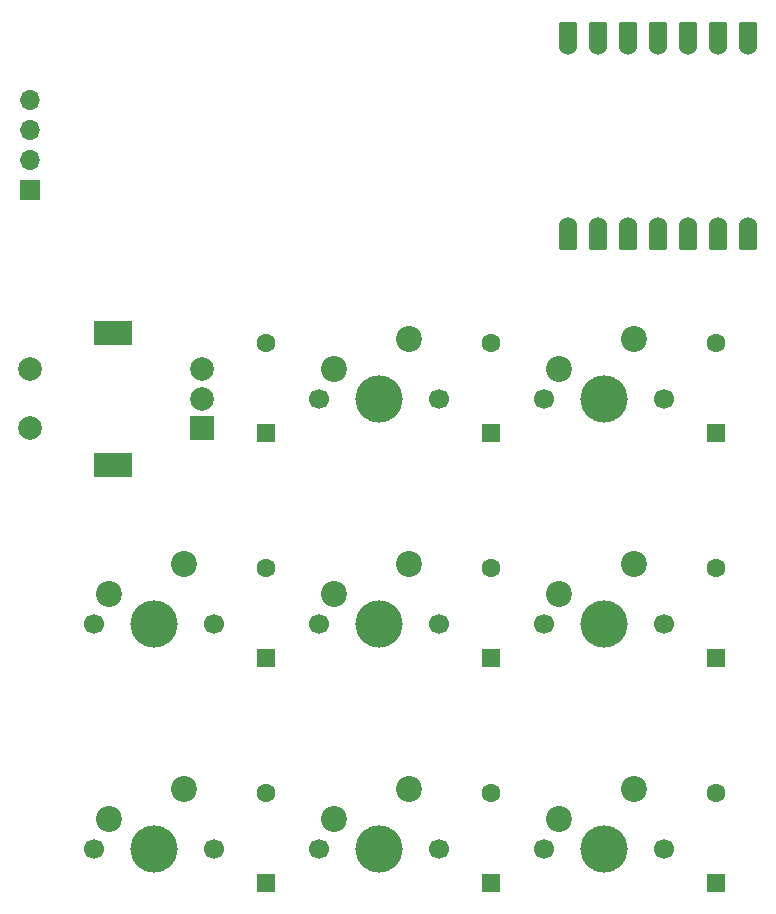
<source format=gts>
G04 #@! TF.GenerationSoftware,KiCad,Pcbnew,9.0.3*
G04 #@! TF.CreationDate,2025-07-29T19:53:29+10:00*
G04 #@! TF.ProjectId,NyaPad,4e796150-6164-42e6-9b69-6361645f7063,rev?*
G04 #@! TF.SameCoordinates,Original*
G04 #@! TF.FileFunction,Soldermask,Top*
G04 #@! TF.FilePolarity,Negative*
%FSLAX46Y46*%
G04 Gerber Fmt 4.6, Leading zero omitted, Abs format (unit mm)*
G04 Created by KiCad (PCBNEW 9.0.3) date 2025-07-29 19:53:29*
%MOMM*%
%LPD*%
G01*
G04 APERTURE LIST*
G04 Aperture macros list*
%AMRoundRect*
0 Rectangle with rounded corners*
0 $1 Rounding radius*
0 $2 $3 $4 $5 $6 $7 $8 $9 X,Y pos of 4 corners*
0 Add a 4 corners polygon primitive as box body*
4,1,4,$2,$3,$4,$5,$6,$7,$8,$9,$2,$3,0*
0 Add four circle primitives for the rounded corners*
1,1,$1+$1,$2,$3*
1,1,$1+$1,$4,$5*
1,1,$1+$1,$6,$7*
1,1,$1+$1,$8,$9*
0 Add four rect primitives between the rounded corners*
20,1,$1+$1,$2,$3,$4,$5,0*
20,1,$1+$1,$4,$5,$6,$7,0*
20,1,$1+$1,$6,$7,$8,$9,0*
20,1,$1+$1,$8,$9,$2,$3,0*%
G04 Aperture macros list end*
%ADD10C,1.700000*%
%ADD11C,4.000000*%
%ADD12C,2.200000*%
%ADD13R,1.700000X1.700000*%
%ADD14O,1.700000X1.700000*%
%ADD15RoundRect,0.152400X0.609600X-1.063600X0.609600X1.063600X-0.609600X1.063600X-0.609600X-1.063600X0*%
%ADD16C,1.524000*%
%ADD17RoundRect,0.152400X-0.609600X1.063600X-0.609600X-1.063600X0.609600X-1.063600X0.609600X1.063600X0*%
%ADD18R,2.000000X2.000000*%
%ADD19C,2.000000*%
%ADD20R,3.200000X2.000000*%
%ADD21RoundRect,0.250000X0.550000X-0.550000X0.550000X0.550000X-0.550000X0.550000X-0.550000X-0.550000X0*%
%ADD22C,1.600000*%
G04 APERTURE END LIST*
D10*
X128746250Y-98757725D03*
D11*
X133826250Y-98757725D03*
D10*
X138906250Y-98757725D03*
D12*
X136366250Y-93677725D03*
X130016250Y-96217725D03*
D13*
X104305000Y-81021475D03*
D14*
X104305000Y-78481475D03*
X104305000Y-75941475D03*
X104305000Y-73401475D03*
D10*
X147796250Y-98757725D03*
D11*
X152876250Y-98757725D03*
D10*
X157956250Y-98757725D03*
D12*
X155416250Y-93677725D03*
X149066250Y-96217725D03*
D10*
X147796250Y-136857725D03*
D11*
X152876250Y-136857725D03*
D10*
X157956250Y-136857725D03*
D12*
X155416250Y-131777725D03*
X149066250Y-134317725D03*
D10*
X109696250Y-136857725D03*
D11*
X114776250Y-136857725D03*
D10*
X119856250Y-136857725D03*
D12*
X117316250Y-131777725D03*
X110966250Y-134317725D03*
D10*
X128746250Y-136857725D03*
D11*
X133826250Y-136857725D03*
D10*
X138906250Y-136857725D03*
D12*
X136366250Y-131777725D03*
X130016250Y-134317725D03*
D10*
X128746250Y-117807725D03*
D11*
X133826250Y-117807725D03*
D10*
X138906250Y-117807725D03*
D12*
X136366250Y-112727725D03*
X130016250Y-115267725D03*
D10*
X147796250Y-117807725D03*
D11*
X152876250Y-117807725D03*
D10*
X157956250Y-117807725D03*
D12*
X155416250Y-112727725D03*
X149066250Y-115267725D03*
D15*
X165120000Y-68045000D03*
D16*
X165120000Y-68880000D03*
D15*
X162580000Y-68045000D03*
D16*
X162580000Y-68880000D03*
D15*
X160040000Y-68045000D03*
D16*
X160040000Y-68880000D03*
D15*
X157500000Y-68045000D03*
D16*
X157500000Y-68880000D03*
D15*
X154960000Y-68045000D03*
D16*
X154960000Y-68880000D03*
D15*
X152420000Y-68045000D03*
D16*
X152420000Y-68880000D03*
D15*
X149880000Y-68045000D03*
D16*
X149880000Y-68880000D03*
X149880000Y-84120000D03*
D17*
X149880000Y-84955000D03*
D16*
X152420000Y-84120000D03*
D17*
X152420000Y-84955000D03*
D16*
X154960000Y-84120000D03*
D17*
X154960000Y-84955000D03*
D16*
X157500000Y-84120000D03*
D17*
X157500000Y-84955000D03*
D16*
X160040000Y-84120000D03*
D17*
X160040000Y-84955000D03*
D16*
X162580000Y-84120000D03*
D17*
X162580000Y-84955000D03*
D16*
X165120000Y-84120000D03*
D17*
X165120000Y-84955000D03*
D18*
X118820000Y-101250000D03*
D19*
X118820000Y-96250000D03*
X118820000Y-98750000D03*
D20*
X111320000Y-104350000D03*
X111320000Y-93150000D03*
D19*
X104320000Y-96250000D03*
X104320000Y-101250000D03*
D10*
X109696250Y-117807725D03*
D11*
X114776250Y-117807725D03*
D10*
X119856250Y-117807725D03*
D12*
X117316250Y-112727725D03*
X110966250Y-115267725D03*
D21*
X143351250Y-101615225D03*
D22*
X143351250Y-93995225D03*
D21*
X162401250Y-101615225D03*
D22*
X162401250Y-93995225D03*
D21*
X143351250Y-120665225D03*
D22*
X143351250Y-113045225D03*
D21*
X124301250Y-120665225D03*
D22*
X124301250Y-113045225D03*
D21*
X143351250Y-139715225D03*
D22*
X143351250Y-132095225D03*
D21*
X162401250Y-139715225D03*
D22*
X162401250Y-132095225D03*
D21*
X124301250Y-101615225D03*
D22*
X124301250Y-93995225D03*
D21*
X162401250Y-120665225D03*
D22*
X162401250Y-113045225D03*
D21*
X124301250Y-139715225D03*
D22*
X124301250Y-132095225D03*
M02*

</source>
